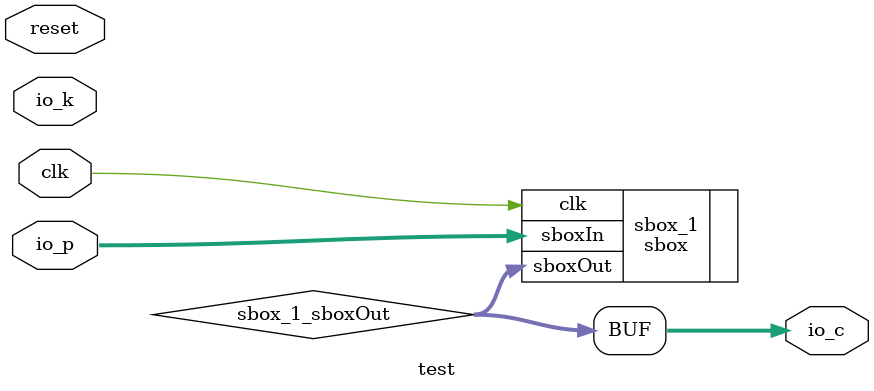
<source format=v>

`timescale 1ns/1ps 

module test (
  input      [1:0]    io_p,
  input      [1:0]    io_k,
  output     [1:0]    io_c,
  input               clk,
  input               reset
);

  wire       [1:0]    sbox_1_sboxOut;
  reg                 dummy;

  sbox sbox_1 (
    .clk        (clk                  ), //i
    .sboxIn     (io_p[1:0]            ), //i
    .sboxOut    (sbox_1_sboxOut[1:0]  )  //o
  );
  assign io_c = sbox_1_sboxOut;

endmodule

</source>
